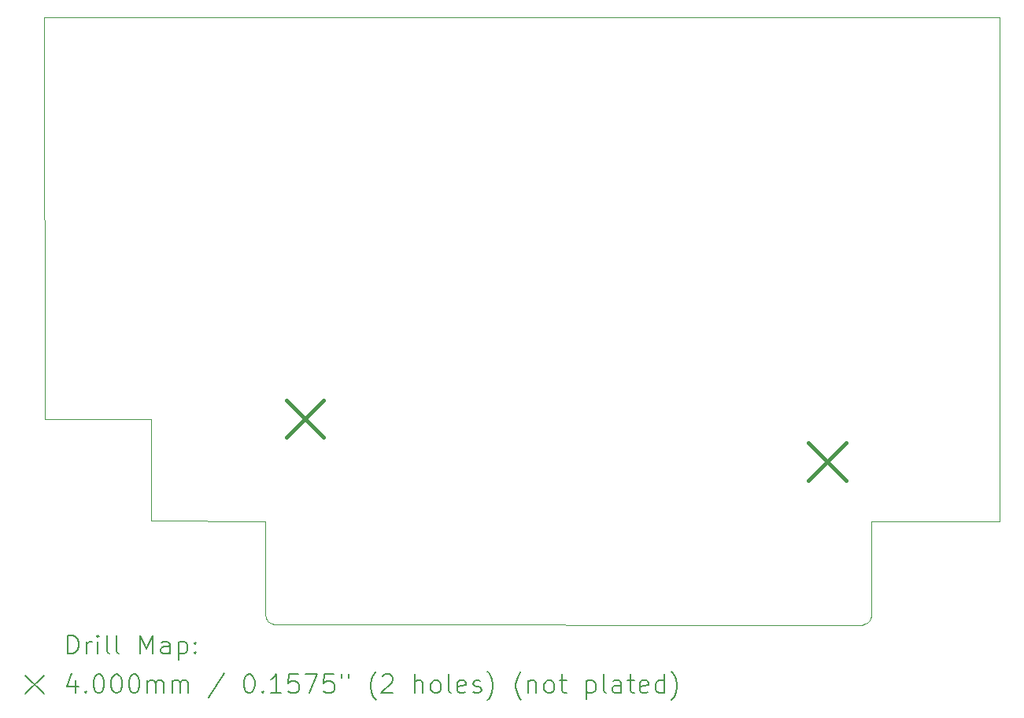
<source format=gbr>
%TF.GenerationSoftware,KiCad,Pcbnew,(6.0.7)*%
%TF.CreationDate,2023-01-05T13:14:54+00:00*%
%TF.ProjectId,msx_eeprom,6d73785f-6565-4707-926f-6d2e6b696361,rev?*%
%TF.SameCoordinates,Original*%
%TF.FileFunction,Drillmap*%
%TF.FilePolarity,Positive*%
%FSLAX45Y45*%
G04 Gerber Fmt 4.5, Leading zero omitted, Abs format (unit mm)*
G04 Created by KiCad (PCBNEW (6.0.7)) date 2023-01-05 13:14:54*
%MOMM*%
%LPD*%
G01*
G04 APERTURE LIST*
%ADD10C,0.050000*%
%ADD11C,0.200000*%
%ADD12C,0.400000*%
G04 APERTURE END LIST*
D10*
X17393920Y-11811000D02*
X17383760Y-11821160D01*
X10916920Y-11821160D02*
X10911840Y-11816080D01*
X17368520Y-11836400D02*
X17343120Y-11851640D01*
X10896600Y-11780520D02*
X10891520Y-11755120D01*
X9662160Y-10739120D02*
X9662160Y-9646920D01*
X9662160Y-9646920D02*
X8514080Y-9646920D01*
X17404080Y-11755120D02*
X17404080Y-11770360D01*
X10937240Y-11841480D02*
X10916920Y-11821160D01*
X8509000Y-5323840D02*
X18785840Y-5323840D01*
X10891520Y-10749280D02*
X10891520Y-10744200D01*
X10896600Y-11785600D02*
X10896600Y-11780520D01*
X17383760Y-11821160D02*
X17368520Y-11836400D01*
X10891520Y-10744200D02*
X9662160Y-10739120D01*
X10962640Y-11851640D02*
X10937240Y-11841480D01*
X17307560Y-11861800D02*
X10982960Y-11856720D01*
X10906760Y-11805920D02*
X10896600Y-11785600D01*
X17404080Y-10744200D02*
X17404080Y-11755120D01*
X17399000Y-11790680D02*
X17393920Y-11811000D01*
X18785840Y-5323840D02*
X18785840Y-10744200D01*
X18785840Y-10744200D02*
X17404080Y-10744200D01*
X17404080Y-11770360D02*
X17399000Y-11790680D01*
X17343120Y-11851640D02*
X17322800Y-11856720D01*
X17322800Y-11856720D02*
X17307560Y-11861800D01*
X10911840Y-11816080D02*
X10906760Y-11805920D01*
X10891520Y-11755120D02*
X10891520Y-10749280D01*
X8514080Y-9646920D02*
X8509000Y-5323840D01*
X10982960Y-11856720D02*
X10962640Y-11851640D01*
D11*
D12*
X11113226Y-9445152D02*
X11513226Y-9845152D01*
X11513226Y-9445152D02*
X11113226Y-9845152D01*
X16733164Y-9904600D02*
X17133164Y-10304600D01*
X17133164Y-9904600D02*
X16733164Y-10304600D01*
D11*
X8764119Y-12174776D02*
X8764119Y-11974776D01*
X8811738Y-11974776D01*
X8840310Y-11984300D01*
X8859357Y-12003348D01*
X8868881Y-12022395D01*
X8878405Y-12060490D01*
X8878405Y-12089062D01*
X8868881Y-12127157D01*
X8859357Y-12146205D01*
X8840310Y-12165252D01*
X8811738Y-12174776D01*
X8764119Y-12174776D01*
X8964119Y-12174776D02*
X8964119Y-12041443D01*
X8964119Y-12079538D02*
X8973643Y-12060490D01*
X8983167Y-12050967D01*
X9002214Y-12041443D01*
X9021262Y-12041443D01*
X9087929Y-12174776D02*
X9087929Y-12041443D01*
X9087929Y-11974776D02*
X9078405Y-11984300D01*
X9087929Y-11993824D01*
X9097452Y-11984300D01*
X9087929Y-11974776D01*
X9087929Y-11993824D01*
X9211738Y-12174776D02*
X9192690Y-12165252D01*
X9183167Y-12146205D01*
X9183167Y-11974776D01*
X9316500Y-12174776D02*
X9297452Y-12165252D01*
X9287929Y-12146205D01*
X9287929Y-11974776D01*
X9545071Y-12174776D02*
X9545071Y-11974776D01*
X9611738Y-12117633D01*
X9678405Y-11974776D01*
X9678405Y-12174776D01*
X9859357Y-12174776D02*
X9859357Y-12070014D01*
X9849833Y-12050967D01*
X9830786Y-12041443D01*
X9792690Y-12041443D01*
X9773643Y-12050967D01*
X9859357Y-12165252D02*
X9840310Y-12174776D01*
X9792690Y-12174776D01*
X9773643Y-12165252D01*
X9764119Y-12146205D01*
X9764119Y-12127157D01*
X9773643Y-12108109D01*
X9792690Y-12098586D01*
X9840310Y-12098586D01*
X9859357Y-12089062D01*
X9954595Y-12041443D02*
X9954595Y-12241443D01*
X9954595Y-12050967D02*
X9973643Y-12041443D01*
X10011738Y-12041443D01*
X10030786Y-12050967D01*
X10040310Y-12060490D01*
X10049833Y-12079538D01*
X10049833Y-12136681D01*
X10040310Y-12155728D01*
X10030786Y-12165252D01*
X10011738Y-12174776D01*
X9973643Y-12174776D01*
X9954595Y-12165252D01*
X10135548Y-12155728D02*
X10145071Y-12165252D01*
X10135548Y-12174776D01*
X10126024Y-12165252D01*
X10135548Y-12155728D01*
X10135548Y-12174776D01*
X10135548Y-12050967D02*
X10145071Y-12060490D01*
X10135548Y-12070014D01*
X10126024Y-12060490D01*
X10135548Y-12050967D01*
X10135548Y-12070014D01*
X8306500Y-12404300D02*
X8506500Y-12604300D01*
X8506500Y-12404300D02*
X8306500Y-12604300D01*
X8849833Y-12461443D02*
X8849833Y-12594776D01*
X8802214Y-12385252D02*
X8754595Y-12528109D01*
X8878405Y-12528109D01*
X8954595Y-12575728D02*
X8964119Y-12585252D01*
X8954595Y-12594776D01*
X8945071Y-12585252D01*
X8954595Y-12575728D01*
X8954595Y-12594776D01*
X9087929Y-12394776D02*
X9106976Y-12394776D01*
X9126024Y-12404300D01*
X9135548Y-12413824D01*
X9145071Y-12432871D01*
X9154595Y-12470967D01*
X9154595Y-12518586D01*
X9145071Y-12556681D01*
X9135548Y-12575728D01*
X9126024Y-12585252D01*
X9106976Y-12594776D01*
X9087929Y-12594776D01*
X9068881Y-12585252D01*
X9059357Y-12575728D01*
X9049833Y-12556681D01*
X9040310Y-12518586D01*
X9040310Y-12470967D01*
X9049833Y-12432871D01*
X9059357Y-12413824D01*
X9068881Y-12404300D01*
X9087929Y-12394776D01*
X9278405Y-12394776D02*
X9297452Y-12394776D01*
X9316500Y-12404300D01*
X9326024Y-12413824D01*
X9335548Y-12432871D01*
X9345071Y-12470967D01*
X9345071Y-12518586D01*
X9335548Y-12556681D01*
X9326024Y-12575728D01*
X9316500Y-12585252D01*
X9297452Y-12594776D01*
X9278405Y-12594776D01*
X9259357Y-12585252D01*
X9249833Y-12575728D01*
X9240310Y-12556681D01*
X9230786Y-12518586D01*
X9230786Y-12470967D01*
X9240310Y-12432871D01*
X9249833Y-12413824D01*
X9259357Y-12404300D01*
X9278405Y-12394776D01*
X9468881Y-12394776D02*
X9487929Y-12394776D01*
X9506976Y-12404300D01*
X9516500Y-12413824D01*
X9526024Y-12432871D01*
X9535548Y-12470967D01*
X9535548Y-12518586D01*
X9526024Y-12556681D01*
X9516500Y-12575728D01*
X9506976Y-12585252D01*
X9487929Y-12594776D01*
X9468881Y-12594776D01*
X9449833Y-12585252D01*
X9440310Y-12575728D01*
X9430786Y-12556681D01*
X9421262Y-12518586D01*
X9421262Y-12470967D01*
X9430786Y-12432871D01*
X9440310Y-12413824D01*
X9449833Y-12404300D01*
X9468881Y-12394776D01*
X9621262Y-12594776D02*
X9621262Y-12461443D01*
X9621262Y-12480490D02*
X9630786Y-12470967D01*
X9649833Y-12461443D01*
X9678405Y-12461443D01*
X9697452Y-12470967D01*
X9706976Y-12490014D01*
X9706976Y-12594776D01*
X9706976Y-12490014D02*
X9716500Y-12470967D01*
X9735548Y-12461443D01*
X9764119Y-12461443D01*
X9783167Y-12470967D01*
X9792690Y-12490014D01*
X9792690Y-12594776D01*
X9887929Y-12594776D02*
X9887929Y-12461443D01*
X9887929Y-12480490D02*
X9897452Y-12470967D01*
X9916500Y-12461443D01*
X9945071Y-12461443D01*
X9964119Y-12470967D01*
X9973643Y-12490014D01*
X9973643Y-12594776D01*
X9973643Y-12490014D02*
X9983167Y-12470967D01*
X10002214Y-12461443D01*
X10030786Y-12461443D01*
X10049833Y-12470967D01*
X10059357Y-12490014D01*
X10059357Y-12594776D01*
X10449833Y-12385252D02*
X10278405Y-12642395D01*
X10706976Y-12394776D02*
X10726024Y-12394776D01*
X10745071Y-12404300D01*
X10754595Y-12413824D01*
X10764119Y-12432871D01*
X10773643Y-12470967D01*
X10773643Y-12518586D01*
X10764119Y-12556681D01*
X10754595Y-12575728D01*
X10745071Y-12585252D01*
X10726024Y-12594776D01*
X10706976Y-12594776D01*
X10687929Y-12585252D01*
X10678405Y-12575728D01*
X10668881Y-12556681D01*
X10659357Y-12518586D01*
X10659357Y-12470967D01*
X10668881Y-12432871D01*
X10678405Y-12413824D01*
X10687929Y-12404300D01*
X10706976Y-12394776D01*
X10859357Y-12575728D02*
X10868881Y-12585252D01*
X10859357Y-12594776D01*
X10849833Y-12585252D01*
X10859357Y-12575728D01*
X10859357Y-12594776D01*
X11059357Y-12594776D02*
X10945071Y-12594776D01*
X11002214Y-12594776D02*
X11002214Y-12394776D01*
X10983167Y-12423348D01*
X10964119Y-12442395D01*
X10945071Y-12451919D01*
X11240309Y-12394776D02*
X11145071Y-12394776D01*
X11135548Y-12490014D01*
X11145071Y-12480490D01*
X11164119Y-12470967D01*
X11211738Y-12470967D01*
X11230786Y-12480490D01*
X11240309Y-12490014D01*
X11249833Y-12509062D01*
X11249833Y-12556681D01*
X11240309Y-12575728D01*
X11230786Y-12585252D01*
X11211738Y-12594776D01*
X11164119Y-12594776D01*
X11145071Y-12585252D01*
X11135548Y-12575728D01*
X11316500Y-12394776D02*
X11449833Y-12394776D01*
X11364119Y-12594776D01*
X11621262Y-12394776D02*
X11526024Y-12394776D01*
X11516500Y-12490014D01*
X11526024Y-12480490D01*
X11545071Y-12470967D01*
X11592690Y-12470967D01*
X11611738Y-12480490D01*
X11621262Y-12490014D01*
X11630786Y-12509062D01*
X11630786Y-12556681D01*
X11621262Y-12575728D01*
X11611738Y-12585252D01*
X11592690Y-12594776D01*
X11545071Y-12594776D01*
X11526024Y-12585252D01*
X11516500Y-12575728D01*
X11706976Y-12394776D02*
X11706976Y-12432871D01*
X11783167Y-12394776D02*
X11783167Y-12432871D01*
X12078405Y-12670967D02*
X12068881Y-12661443D01*
X12049833Y-12632871D01*
X12040309Y-12613824D01*
X12030786Y-12585252D01*
X12021262Y-12537633D01*
X12021262Y-12499538D01*
X12030786Y-12451919D01*
X12040309Y-12423348D01*
X12049833Y-12404300D01*
X12068881Y-12375728D01*
X12078405Y-12366205D01*
X12145071Y-12413824D02*
X12154595Y-12404300D01*
X12173643Y-12394776D01*
X12221262Y-12394776D01*
X12240309Y-12404300D01*
X12249833Y-12413824D01*
X12259357Y-12432871D01*
X12259357Y-12451919D01*
X12249833Y-12480490D01*
X12135548Y-12594776D01*
X12259357Y-12594776D01*
X12497452Y-12594776D02*
X12497452Y-12394776D01*
X12583167Y-12594776D02*
X12583167Y-12490014D01*
X12573643Y-12470967D01*
X12554595Y-12461443D01*
X12526024Y-12461443D01*
X12506976Y-12470967D01*
X12497452Y-12480490D01*
X12706976Y-12594776D02*
X12687928Y-12585252D01*
X12678405Y-12575728D01*
X12668881Y-12556681D01*
X12668881Y-12499538D01*
X12678405Y-12480490D01*
X12687928Y-12470967D01*
X12706976Y-12461443D01*
X12735548Y-12461443D01*
X12754595Y-12470967D01*
X12764119Y-12480490D01*
X12773643Y-12499538D01*
X12773643Y-12556681D01*
X12764119Y-12575728D01*
X12754595Y-12585252D01*
X12735548Y-12594776D01*
X12706976Y-12594776D01*
X12887928Y-12594776D02*
X12868881Y-12585252D01*
X12859357Y-12566205D01*
X12859357Y-12394776D01*
X13040309Y-12585252D02*
X13021262Y-12594776D01*
X12983167Y-12594776D01*
X12964119Y-12585252D01*
X12954595Y-12566205D01*
X12954595Y-12490014D01*
X12964119Y-12470967D01*
X12983167Y-12461443D01*
X13021262Y-12461443D01*
X13040309Y-12470967D01*
X13049833Y-12490014D01*
X13049833Y-12509062D01*
X12954595Y-12528109D01*
X13126024Y-12585252D02*
X13145071Y-12594776D01*
X13183167Y-12594776D01*
X13202214Y-12585252D01*
X13211738Y-12566205D01*
X13211738Y-12556681D01*
X13202214Y-12537633D01*
X13183167Y-12528109D01*
X13154595Y-12528109D01*
X13135548Y-12518586D01*
X13126024Y-12499538D01*
X13126024Y-12490014D01*
X13135548Y-12470967D01*
X13154595Y-12461443D01*
X13183167Y-12461443D01*
X13202214Y-12470967D01*
X13278405Y-12670967D02*
X13287928Y-12661443D01*
X13306976Y-12632871D01*
X13316500Y-12613824D01*
X13326024Y-12585252D01*
X13335548Y-12537633D01*
X13335548Y-12499538D01*
X13326024Y-12451919D01*
X13316500Y-12423348D01*
X13306976Y-12404300D01*
X13287928Y-12375728D01*
X13278405Y-12366205D01*
X13640309Y-12670967D02*
X13630786Y-12661443D01*
X13611738Y-12632871D01*
X13602214Y-12613824D01*
X13592690Y-12585252D01*
X13583167Y-12537633D01*
X13583167Y-12499538D01*
X13592690Y-12451919D01*
X13602214Y-12423348D01*
X13611738Y-12404300D01*
X13630786Y-12375728D01*
X13640309Y-12366205D01*
X13716500Y-12461443D02*
X13716500Y-12594776D01*
X13716500Y-12480490D02*
X13726024Y-12470967D01*
X13745071Y-12461443D01*
X13773643Y-12461443D01*
X13792690Y-12470967D01*
X13802214Y-12490014D01*
X13802214Y-12594776D01*
X13926024Y-12594776D02*
X13906976Y-12585252D01*
X13897452Y-12575728D01*
X13887928Y-12556681D01*
X13887928Y-12499538D01*
X13897452Y-12480490D01*
X13906976Y-12470967D01*
X13926024Y-12461443D01*
X13954595Y-12461443D01*
X13973643Y-12470967D01*
X13983167Y-12480490D01*
X13992690Y-12499538D01*
X13992690Y-12556681D01*
X13983167Y-12575728D01*
X13973643Y-12585252D01*
X13954595Y-12594776D01*
X13926024Y-12594776D01*
X14049833Y-12461443D02*
X14126024Y-12461443D01*
X14078405Y-12394776D02*
X14078405Y-12566205D01*
X14087928Y-12585252D01*
X14106976Y-12594776D01*
X14126024Y-12594776D01*
X14345071Y-12461443D02*
X14345071Y-12661443D01*
X14345071Y-12470967D02*
X14364119Y-12461443D01*
X14402214Y-12461443D01*
X14421262Y-12470967D01*
X14430786Y-12480490D01*
X14440309Y-12499538D01*
X14440309Y-12556681D01*
X14430786Y-12575728D01*
X14421262Y-12585252D01*
X14402214Y-12594776D01*
X14364119Y-12594776D01*
X14345071Y-12585252D01*
X14554595Y-12594776D02*
X14535548Y-12585252D01*
X14526024Y-12566205D01*
X14526024Y-12394776D01*
X14716500Y-12594776D02*
X14716500Y-12490014D01*
X14706976Y-12470967D01*
X14687928Y-12461443D01*
X14649833Y-12461443D01*
X14630786Y-12470967D01*
X14716500Y-12585252D02*
X14697452Y-12594776D01*
X14649833Y-12594776D01*
X14630786Y-12585252D01*
X14621262Y-12566205D01*
X14621262Y-12547157D01*
X14630786Y-12528109D01*
X14649833Y-12518586D01*
X14697452Y-12518586D01*
X14716500Y-12509062D01*
X14783167Y-12461443D02*
X14859357Y-12461443D01*
X14811738Y-12394776D02*
X14811738Y-12566205D01*
X14821262Y-12585252D01*
X14840309Y-12594776D01*
X14859357Y-12594776D01*
X15002214Y-12585252D02*
X14983167Y-12594776D01*
X14945071Y-12594776D01*
X14926024Y-12585252D01*
X14916500Y-12566205D01*
X14916500Y-12490014D01*
X14926024Y-12470967D01*
X14945071Y-12461443D01*
X14983167Y-12461443D01*
X15002214Y-12470967D01*
X15011738Y-12490014D01*
X15011738Y-12509062D01*
X14916500Y-12528109D01*
X15183167Y-12594776D02*
X15183167Y-12394776D01*
X15183167Y-12585252D02*
X15164119Y-12594776D01*
X15126024Y-12594776D01*
X15106976Y-12585252D01*
X15097452Y-12575728D01*
X15087928Y-12556681D01*
X15087928Y-12499538D01*
X15097452Y-12480490D01*
X15106976Y-12470967D01*
X15126024Y-12461443D01*
X15164119Y-12461443D01*
X15183167Y-12470967D01*
X15259357Y-12670967D02*
X15268881Y-12661443D01*
X15287928Y-12632871D01*
X15297452Y-12613824D01*
X15306976Y-12585252D01*
X15316500Y-12537633D01*
X15316500Y-12499538D01*
X15306976Y-12451919D01*
X15297452Y-12423348D01*
X15287928Y-12404300D01*
X15268881Y-12375728D01*
X15259357Y-12366205D01*
M02*

</source>
